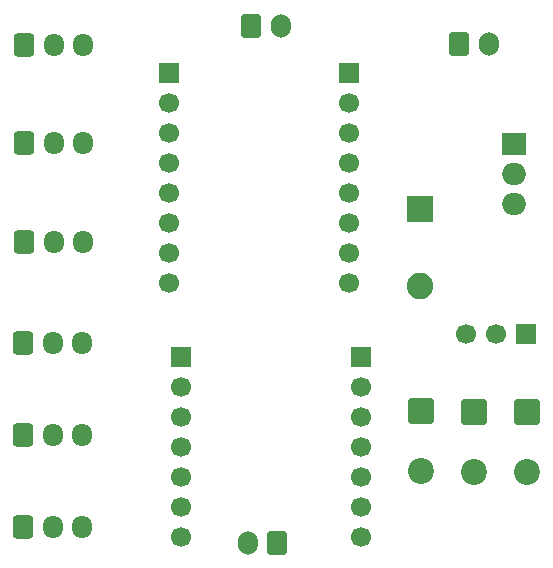
<source format=gbr>
%TF.GenerationSoftware,KiCad,Pcbnew,9.0.4*%
%TF.CreationDate,2025-09-18T17:41:51-06:00*%
%TF.ProjectId,sumo_bueno,73756d6f-5f62-4756-956e-6f2e6b696361,rev?*%
%TF.SameCoordinates,Original*%
%TF.FileFunction,Soldermask,Top*%
%TF.FilePolarity,Negative*%
%FSLAX46Y46*%
G04 Gerber Fmt 4.6, Leading zero omitted, Abs format (unit mm)*
G04 Created by KiCad (PCBNEW 9.0.4) date 2025-09-18 17:41:51*
%MOMM*%
%LPD*%
G01*
G04 APERTURE LIST*
G04 Aperture macros list*
%AMRoundRect*
0 Rectangle with rounded corners*
0 $1 Rounding radius*
0 $2 $3 $4 $5 $6 $7 $8 $9 X,Y pos of 4 corners*
0 Add a 4 corners polygon primitive as box body*
4,1,4,$2,$3,$4,$5,$6,$7,$8,$9,$2,$3,0*
0 Add four circle primitives for the rounded corners*
1,1,$1+$1,$2,$3*
1,1,$1+$1,$4,$5*
1,1,$1+$1,$6,$7*
1,1,$1+$1,$8,$9*
0 Add four rect primitives between the rounded corners*
20,1,$1+$1,$2,$3,$4,$5,0*
20,1,$1+$1,$4,$5,$6,$7,0*
20,1,$1+$1,$6,$7,$8,$9,0*
20,1,$1+$1,$8,$9,$2,$3,0*%
G04 Aperture macros list end*
%ADD10R,1.700000X1.700000*%
%ADD11C,1.700000*%
%ADD12RoundRect,0.249999X-0.850001X0.850001X-0.850001X-0.850001X0.850001X-0.850001X0.850001X0.850001X0*%
%ADD13C,2.200000*%
%ADD14RoundRect,0.250000X-0.600000X-0.725000X0.600000X-0.725000X0.600000X0.725000X-0.600000X0.725000X0*%
%ADD15O,1.700000X1.950000*%
%ADD16RoundRect,0.250000X-0.600000X-0.750000X0.600000X-0.750000X0.600000X0.750000X-0.600000X0.750000X0*%
%ADD17O,1.700000X2.000000*%
%ADD18R,2.250000X2.250000*%
%ADD19C,2.250000*%
%ADD20R,2.000000X1.905000*%
%ADD21O,2.000000X1.905000*%
%ADD22RoundRect,0.250000X0.600000X0.750000X-0.600000X0.750000X-0.600000X-0.750000X0.600000X-0.750000X0*%
G04 APERTURE END LIST*
D10*
%TO.C,S7*%
X237460000Y-84800000D03*
D11*
X234920000Y-84800000D03*
X232380000Y-84800000D03*
%TD*%
D12*
%TO.C,D3*%
X237580000Y-91420000D03*
D13*
X237580000Y-96500000D03*
%TD*%
D14*
%TO.C,S4*%
X194970000Y-77010000D03*
D15*
X197470000Y-77010000D03*
X199970000Y-77010000D03*
%TD*%
D16*
%TO.C,Source1*%
X231810000Y-60220000D03*
D17*
X234310000Y-60220000D03*
%TD*%
D14*
%TO.C,S1*%
X194900000Y-85560000D03*
D15*
X197400000Y-85560000D03*
X199900000Y-85560000D03*
%TD*%
D10*
%TO.C,J3*%
X207280000Y-62740000D03*
D11*
X207280000Y-65280000D03*
X207280000Y-67820000D03*
X207280000Y-70360000D03*
X207280000Y-72900000D03*
X207280000Y-75440000D03*
X207280000Y-77980000D03*
X207280000Y-80520000D03*
%TD*%
D14*
%TO.C,S3*%
X194900000Y-101160000D03*
D15*
X197400000Y-101160000D03*
X199900000Y-101160000D03*
%TD*%
D10*
%TO.C,J4*%
X222520000Y-62750000D03*
D11*
X222520000Y-65290000D03*
X222520000Y-67830000D03*
X222520000Y-70370000D03*
X222520000Y-72910000D03*
X222520000Y-75450000D03*
X222520000Y-77990000D03*
X222520000Y-80530000D03*
%TD*%
D18*
%TO.C,SW1*%
X228470000Y-74260000D03*
D19*
X228470000Y-80760000D03*
%TD*%
D20*
%TO.C,U2*%
X236460000Y-68700000D03*
D21*
X236460000Y-71240000D03*
X236460000Y-73780000D03*
%TD*%
D12*
%TO.C,D1*%
X228570000Y-91360000D03*
D13*
X228570000Y-96440000D03*
%TD*%
D10*
%TO.C,J2*%
X223520000Y-86730000D03*
D11*
X223520000Y-89270000D03*
X223520000Y-91810000D03*
X223520000Y-94350000D03*
X223520000Y-96890000D03*
X223520000Y-99430000D03*
X223520000Y-101970000D03*
%TD*%
D14*
%TO.C,S6*%
X194970000Y-60350000D03*
D15*
X197470000Y-60350000D03*
X199970000Y-60350000D03*
%TD*%
D14*
%TO.C,S2*%
X194900000Y-93360000D03*
D15*
X197400000Y-93360000D03*
X199900000Y-93360000D03*
%TD*%
D12*
%TO.C,D2*%
X233050000Y-91420000D03*
D13*
X233050000Y-96500000D03*
%TD*%
D10*
%TO.C,J1*%
X208280000Y-86730000D03*
D11*
X208280000Y-89270000D03*
X208280000Y-91810000D03*
X208280000Y-94350000D03*
X208280000Y-96890000D03*
X208280000Y-99430000D03*
X208280000Y-101970000D03*
%TD*%
D14*
%TO.C,S5*%
X194970000Y-68660000D03*
D15*
X197470000Y-68660000D03*
X199970000Y-68660000D03*
%TD*%
D16*
%TO.C,MotoA1*%
X214190000Y-58700000D03*
D17*
X216690000Y-58700000D03*
%TD*%
D22*
%TO.C,MotorB1*%
X216410000Y-102480000D03*
D17*
X213910000Y-102480000D03*
%TD*%
M02*

</source>
